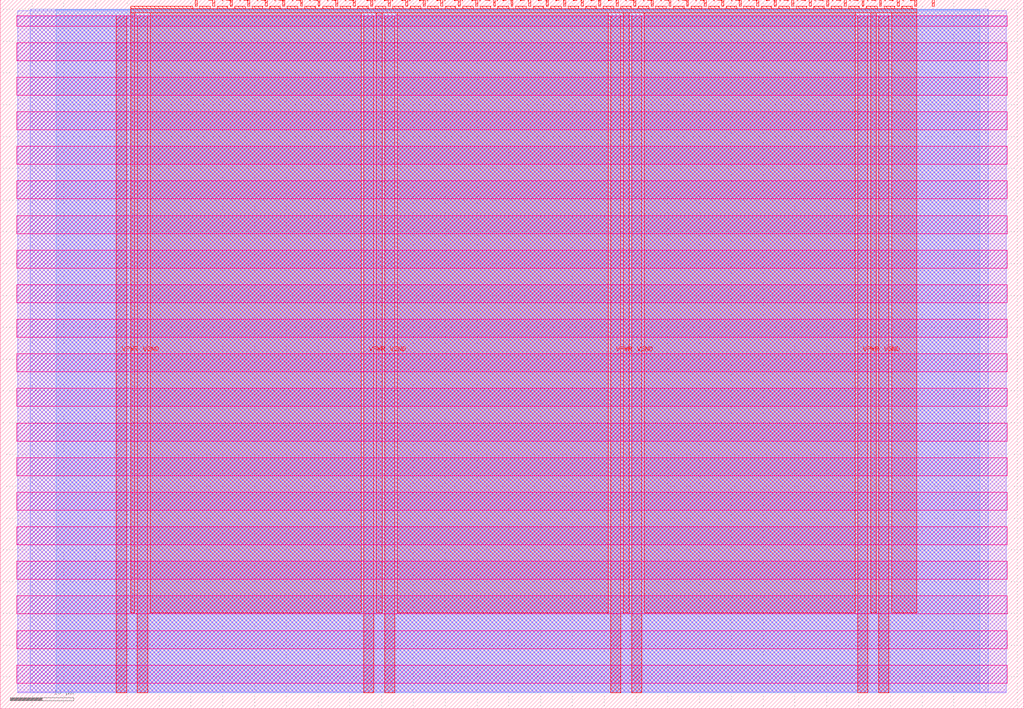
<source format=lef>
VERSION 5.7 ;
  NOWIREEXTENSIONATPIN ON ;
  DIVIDERCHAR "/" ;
  BUSBITCHARS "[]" ;
MACRO tt_um_nvious_graphics
  CLASS BLOCK ;
  FOREIGN tt_um_nvious_graphics ;
  ORIGIN 0.000 0.000 ;
  SIZE 161.000 BY 111.520 ;
  PIN VGND
    DIRECTION INOUT ;
    USE GROUND ;
    PORT
      LAYER met4 ;
        RECT 21.580 2.480 23.180 109.040 ;
    END
    PORT
      LAYER met4 ;
        RECT 60.450 2.480 62.050 109.040 ;
    END
    PORT
      LAYER met4 ;
        RECT 99.320 2.480 100.920 109.040 ;
    END
    PORT
      LAYER met4 ;
        RECT 138.190 2.480 139.790 109.040 ;
    END
  END VGND
  PIN VPWR
    DIRECTION INOUT ;
    USE POWER ;
    PORT
      LAYER met4 ;
        RECT 18.280 2.480 19.880 109.040 ;
    END
    PORT
      LAYER met4 ;
        RECT 57.150 2.480 58.750 109.040 ;
    END
    PORT
      LAYER met4 ;
        RECT 96.020 2.480 97.620 109.040 ;
    END
    PORT
      LAYER met4 ;
        RECT 134.890 2.480 136.490 109.040 ;
    END
  END VPWR
  PIN clk
    DIRECTION INPUT ;
    USE SIGNAL ;
    ANTENNAGATEAREA 0.852000 ;
    PORT
      LAYER met4 ;
        RECT 143.830 110.520 144.130 111.520 ;
    END
  END clk
  PIN ena
    DIRECTION INPUT ;
    USE SIGNAL ;
    PORT
      LAYER met4 ;
        RECT 146.590 110.520 146.890 111.520 ;
    END
  END ena
  PIN rst_n
    DIRECTION INPUT ;
    USE SIGNAL ;
    ANTENNAGATEAREA 0.196500 ;
    PORT
      LAYER met4 ;
        RECT 141.070 110.520 141.370 111.520 ;
    END
  END rst_n
  PIN ui_in[0]
    DIRECTION INPUT ;
    USE SIGNAL ;
    ANTENNAGATEAREA 0.196500 ;
    PORT
      LAYER met4 ;
        RECT 138.310 110.520 138.610 111.520 ;
    END
  END ui_in[0]
  PIN ui_in[1]
    DIRECTION INPUT ;
    USE SIGNAL ;
    ANTENNAGATEAREA 0.196500 ;
    PORT
      LAYER met4 ;
        RECT 135.550 110.520 135.850 111.520 ;
    END
  END ui_in[1]
  PIN ui_in[2]
    DIRECTION INPUT ;
    USE SIGNAL ;
    ANTENNAGATEAREA 0.196500 ;
    PORT
      LAYER met4 ;
        RECT 132.790 110.520 133.090 111.520 ;
    END
  END ui_in[2]
  PIN ui_in[3]
    DIRECTION INPUT ;
    USE SIGNAL ;
    ANTENNAGATEAREA 0.196500 ;
    PORT
      LAYER met4 ;
        RECT 130.030 110.520 130.330 111.520 ;
    END
  END ui_in[3]
  PIN ui_in[4]
    DIRECTION INPUT ;
    USE SIGNAL ;
    ANTENNAGATEAREA 0.196500 ;
    PORT
      LAYER met4 ;
        RECT 127.270 110.520 127.570 111.520 ;
    END
  END ui_in[4]
  PIN ui_in[5]
    DIRECTION INPUT ;
    USE SIGNAL ;
    ANTENNAGATEAREA 0.196500 ;
    PORT
      LAYER met4 ;
        RECT 124.510 110.520 124.810 111.520 ;
    END
  END ui_in[5]
  PIN ui_in[6]
    DIRECTION INPUT ;
    USE SIGNAL ;
    ANTENNAGATEAREA 0.196500 ;
    PORT
      LAYER met4 ;
        RECT 121.750 110.520 122.050 111.520 ;
    END
  END ui_in[6]
  PIN ui_in[7]
    DIRECTION INPUT ;
    USE SIGNAL ;
    ANTENNAGATEAREA 0.196500 ;
    PORT
      LAYER met4 ;
        RECT 118.990 110.520 119.290 111.520 ;
    END
  END ui_in[7]
  PIN uio_in[0]
    DIRECTION INPUT ;
    USE SIGNAL ;
    PORT
      LAYER met4 ;
        RECT 116.230 110.520 116.530 111.520 ;
    END
  END uio_in[0]
  PIN uio_in[1]
    DIRECTION INPUT ;
    USE SIGNAL ;
    PORT
      LAYER met4 ;
        RECT 113.470 110.520 113.770 111.520 ;
    END
  END uio_in[1]
  PIN uio_in[2]
    DIRECTION INPUT ;
    USE SIGNAL ;
    PORT
      LAYER met4 ;
        RECT 110.710 110.520 111.010 111.520 ;
    END
  END uio_in[2]
  PIN uio_in[3]
    DIRECTION INPUT ;
    USE SIGNAL ;
    PORT
      LAYER met4 ;
        RECT 107.950 110.520 108.250 111.520 ;
    END
  END uio_in[3]
  PIN uio_in[4]
    DIRECTION INPUT ;
    USE SIGNAL ;
    PORT
      LAYER met4 ;
        RECT 105.190 110.520 105.490 111.520 ;
    END
  END uio_in[4]
  PIN uio_in[5]
    DIRECTION INPUT ;
    USE SIGNAL ;
    PORT
      LAYER met4 ;
        RECT 102.430 110.520 102.730 111.520 ;
    END
  END uio_in[5]
  PIN uio_in[6]
    DIRECTION INPUT ;
    USE SIGNAL ;
    PORT
      LAYER met4 ;
        RECT 99.670 110.520 99.970 111.520 ;
    END
  END uio_in[6]
  PIN uio_in[7]
    DIRECTION INPUT ;
    USE SIGNAL ;
    PORT
      LAYER met4 ;
        RECT 96.910 110.520 97.210 111.520 ;
    END
  END uio_in[7]
  PIN uio_oe[0]
    DIRECTION OUTPUT ;
    USE SIGNAL ;
    ANTENNADIFFAREA 0.445500 ;
    PORT
      LAYER met4 ;
        RECT 49.990 110.520 50.290 111.520 ;
    END
  END uio_oe[0]
  PIN uio_oe[1]
    DIRECTION OUTPUT ;
    USE SIGNAL ;
    ANTENNADIFFAREA 0.445500 ;
    PORT
      LAYER met4 ;
        RECT 47.230 110.520 47.530 111.520 ;
    END
  END uio_oe[1]
  PIN uio_oe[2]
    DIRECTION OUTPUT ;
    USE SIGNAL ;
    ANTENNADIFFAREA 0.445500 ;
    PORT
      LAYER met4 ;
        RECT 44.470 110.520 44.770 111.520 ;
    END
  END uio_oe[2]
  PIN uio_oe[3]
    DIRECTION OUTPUT ;
    USE SIGNAL ;
    ANTENNADIFFAREA 0.445500 ;
    PORT
      LAYER met4 ;
        RECT 41.710 110.520 42.010 111.520 ;
    END
  END uio_oe[3]
  PIN uio_oe[4]
    DIRECTION OUTPUT ;
    USE SIGNAL ;
    ANTENNADIFFAREA 0.445500 ;
    PORT
      LAYER met4 ;
        RECT 38.950 110.520 39.250 111.520 ;
    END
  END uio_oe[4]
  PIN uio_oe[5]
    DIRECTION OUTPUT ;
    USE SIGNAL ;
    ANTENNADIFFAREA 0.445500 ;
    PORT
      LAYER met4 ;
        RECT 36.190 110.520 36.490 111.520 ;
    END
  END uio_oe[5]
  PIN uio_oe[6]
    DIRECTION OUTPUT ;
    USE SIGNAL ;
    ANTENNADIFFAREA 0.445500 ;
    PORT
      LAYER met4 ;
        RECT 33.430 110.520 33.730 111.520 ;
    END
  END uio_oe[6]
  PIN uio_oe[7]
    DIRECTION OUTPUT ;
    USE SIGNAL ;
    ANTENNADIFFAREA 0.445500 ;
    PORT
      LAYER met4 ;
        RECT 30.670 110.520 30.970 111.520 ;
    END
  END uio_oe[7]
  PIN uio_out[0]
    DIRECTION OUTPUT ;
    USE SIGNAL ;
    ANTENNADIFFAREA 0.445500 ;
    PORT
      LAYER met4 ;
        RECT 72.070 110.520 72.370 111.520 ;
    END
  END uio_out[0]
  PIN uio_out[1]
    DIRECTION OUTPUT ;
    USE SIGNAL ;
    ANTENNADIFFAREA 0.445500 ;
    PORT
      LAYER met4 ;
        RECT 69.310 110.520 69.610 111.520 ;
    END
  END uio_out[1]
  PIN uio_out[2]
    DIRECTION OUTPUT ;
    USE SIGNAL ;
    ANTENNADIFFAREA 0.445500 ;
    PORT
      LAYER met4 ;
        RECT 66.550 110.520 66.850 111.520 ;
    END
  END uio_out[2]
  PIN uio_out[3]
    DIRECTION OUTPUT ;
    USE SIGNAL ;
    ANTENNADIFFAREA 0.445500 ;
    PORT
      LAYER met4 ;
        RECT 63.790 110.520 64.090 111.520 ;
    END
  END uio_out[3]
  PIN uio_out[4]
    DIRECTION OUTPUT ;
    USE SIGNAL ;
    ANTENNADIFFAREA 0.445500 ;
    PORT
      LAYER met4 ;
        RECT 61.030 110.520 61.330 111.520 ;
    END
  END uio_out[4]
  PIN uio_out[5]
    DIRECTION OUTPUT ;
    USE SIGNAL ;
    ANTENNADIFFAREA 0.445500 ;
    PORT
      LAYER met4 ;
        RECT 58.270 110.520 58.570 111.520 ;
    END
  END uio_out[5]
  PIN uio_out[6]
    DIRECTION OUTPUT ;
    USE SIGNAL ;
    ANTENNADIFFAREA 0.445500 ;
    PORT
      LAYER met4 ;
        RECT 55.510 110.520 55.810 111.520 ;
    END
  END uio_out[6]
  PIN uio_out[7]
    DIRECTION OUTPUT ;
    USE SIGNAL ;
    ANTENNADIFFAREA 0.445500 ;
    PORT
      LAYER met4 ;
        RECT 52.750 110.520 53.050 111.520 ;
    END
  END uio_out[7]
  PIN uo_out[0]
    DIRECTION OUTPUT ;
    USE SIGNAL ;
    ANTENNADIFFAREA 0.453750 ;
    PORT
      LAYER met4 ;
        RECT 94.150 110.520 94.450 111.520 ;
    END
  END uo_out[0]
  PIN uo_out[1]
    DIRECTION OUTPUT ;
    USE SIGNAL ;
    ANTENNADIFFAREA 1.288000 ;
    PORT
      LAYER met4 ;
        RECT 91.390 110.520 91.690 111.520 ;
    END
  END uo_out[1]
  PIN uo_out[2]
    DIRECTION OUTPUT ;
    USE SIGNAL ;
    ANTENNADIFFAREA 0.924000 ;
    PORT
      LAYER met4 ;
        RECT 88.630 110.520 88.930 111.520 ;
    END
  END uo_out[2]
  PIN uo_out[3]
    DIRECTION OUTPUT ;
    USE SIGNAL ;
    ANTENNADIFFAREA 0.445500 ;
    PORT
      LAYER met4 ;
        RECT 85.870 110.520 86.170 111.520 ;
    END
  END uo_out[3]
  PIN uo_out[4]
    DIRECTION OUTPUT ;
    USE SIGNAL ;
    ANTENNADIFFAREA 0.445500 ;
    PORT
      LAYER met4 ;
        RECT 83.110 110.520 83.410 111.520 ;
    END
  END uo_out[4]
  PIN uo_out[5]
    DIRECTION OUTPUT ;
    USE SIGNAL ;
    ANTENNADIFFAREA 1.288000 ;
    PORT
      LAYER met4 ;
        RECT 80.350 110.520 80.650 111.520 ;
    END
  END uo_out[5]
  PIN uo_out[6]
    DIRECTION OUTPUT ;
    USE SIGNAL ;
    ANTENNADIFFAREA 0.891000 ;
    PORT
      LAYER met4 ;
        RECT 77.590 110.520 77.890 111.520 ;
    END
  END uo_out[6]
  PIN uo_out[7]
    DIRECTION OUTPUT ;
    USE SIGNAL ;
    ANTENNADIFFAREA 0.795200 ;
    PORT
      LAYER met4 ;
        RECT 74.830 110.520 75.130 111.520 ;
    END
  END uo_out[7]
  OBS
      LAYER nwell ;
        RECT 2.570 107.385 158.430 108.990 ;
        RECT 2.570 101.945 158.430 104.775 ;
        RECT 2.570 96.505 158.430 99.335 ;
        RECT 2.570 91.065 158.430 93.895 ;
        RECT 2.570 85.625 158.430 88.455 ;
        RECT 2.570 80.185 158.430 83.015 ;
        RECT 2.570 74.745 158.430 77.575 ;
        RECT 2.570 69.305 158.430 72.135 ;
        RECT 2.570 63.865 158.430 66.695 ;
        RECT 2.570 58.425 158.430 61.255 ;
        RECT 2.570 52.985 158.430 55.815 ;
        RECT 2.570 47.545 158.430 50.375 ;
        RECT 2.570 42.105 158.430 44.935 ;
        RECT 2.570 36.665 158.430 39.495 ;
        RECT 2.570 31.225 158.430 34.055 ;
        RECT 2.570 25.785 158.430 28.615 ;
        RECT 2.570 20.345 158.430 23.175 ;
        RECT 2.570 14.905 158.430 17.735 ;
        RECT 2.570 9.465 158.430 12.295 ;
        RECT 2.570 4.025 158.430 6.855 ;
      LAYER li1 ;
        RECT 2.760 2.635 158.240 108.885 ;
      LAYER met1 ;
        RECT 2.760 2.480 158.240 109.780 ;
      LAYER met2 ;
        RECT 4.700 2.535 155.380 110.005 ;
      LAYER met3 ;
        RECT 8.805 2.555 154.035 109.985 ;
      LAYER met4 ;
        RECT 20.535 110.120 30.270 110.520 ;
        RECT 31.370 110.120 33.030 110.520 ;
        RECT 34.130 110.120 35.790 110.520 ;
        RECT 36.890 110.120 38.550 110.520 ;
        RECT 39.650 110.120 41.310 110.520 ;
        RECT 42.410 110.120 44.070 110.520 ;
        RECT 45.170 110.120 46.830 110.520 ;
        RECT 47.930 110.120 49.590 110.520 ;
        RECT 50.690 110.120 52.350 110.520 ;
        RECT 53.450 110.120 55.110 110.520 ;
        RECT 56.210 110.120 57.870 110.520 ;
        RECT 58.970 110.120 60.630 110.520 ;
        RECT 61.730 110.120 63.390 110.520 ;
        RECT 64.490 110.120 66.150 110.520 ;
        RECT 67.250 110.120 68.910 110.520 ;
        RECT 70.010 110.120 71.670 110.520 ;
        RECT 72.770 110.120 74.430 110.520 ;
        RECT 75.530 110.120 77.190 110.520 ;
        RECT 78.290 110.120 79.950 110.520 ;
        RECT 81.050 110.120 82.710 110.520 ;
        RECT 83.810 110.120 85.470 110.520 ;
        RECT 86.570 110.120 88.230 110.520 ;
        RECT 89.330 110.120 90.990 110.520 ;
        RECT 92.090 110.120 93.750 110.520 ;
        RECT 94.850 110.120 96.510 110.520 ;
        RECT 97.610 110.120 99.270 110.520 ;
        RECT 100.370 110.120 102.030 110.520 ;
        RECT 103.130 110.120 104.790 110.520 ;
        RECT 105.890 110.120 107.550 110.520 ;
        RECT 108.650 110.120 110.310 110.520 ;
        RECT 111.410 110.120 113.070 110.520 ;
        RECT 114.170 110.120 115.830 110.520 ;
        RECT 116.930 110.120 118.590 110.520 ;
        RECT 119.690 110.120 121.350 110.520 ;
        RECT 122.450 110.120 124.110 110.520 ;
        RECT 125.210 110.120 126.870 110.520 ;
        RECT 127.970 110.120 129.630 110.520 ;
        RECT 130.730 110.120 132.390 110.520 ;
        RECT 133.490 110.120 135.150 110.520 ;
        RECT 136.250 110.120 137.910 110.520 ;
        RECT 139.010 110.120 140.670 110.520 ;
        RECT 141.770 110.120 143.430 110.520 ;
        RECT 20.535 109.440 144.145 110.120 ;
        RECT 20.535 15.135 21.180 109.440 ;
        RECT 23.580 15.135 56.750 109.440 ;
        RECT 59.150 15.135 60.050 109.440 ;
        RECT 62.450 15.135 95.620 109.440 ;
        RECT 98.020 15.135 98.920 109.440 ;
        RECT 101.320 15.135 134.490 109.440 ;
        RECT 136.890 15.135 137.790 109.440 ;
        RECT 140.190 15.135 144.145 109.440 ;
  END
END tt_um_nvious_graphics
END LIBRARY


</source>
